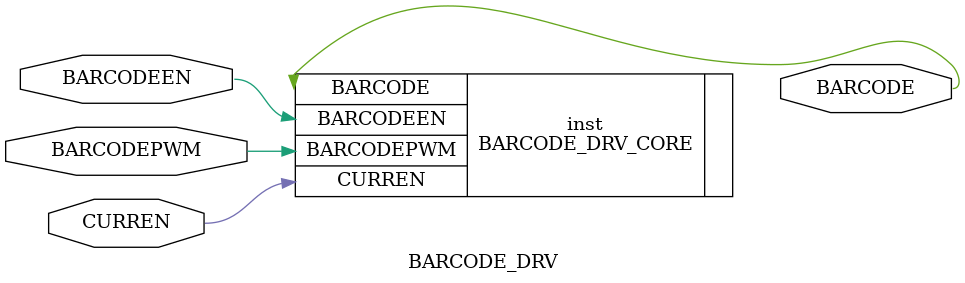
<source format=v>
`timescale 1ps/1ps
module BARCODE_DRV   (
	CURREN,
	BARCODEEN,
	BARCODEPWM,
	BARCODE
);

parameter BARCODE_CURRENT = "0b0000";
parameter CURRENT_MODE = "0b0";

	input CURREN,	BARCODEEN, 	BARCODEPWM; 
	output 	BARCODE; 

 BARCODE_DRV_CORE #(.BARCODE_CURRENT(BARCODE_CURRENT),.CURRENT_MODE(CURRENT_MODE))
inst
 (
	.CURREN(CURREN),
	.BARCODEEN(BARCODEEN),
	.BARCODEPWM(BARCODEPWM),
	.BARCODE(BARCODE)
);

endmodule

</source>
